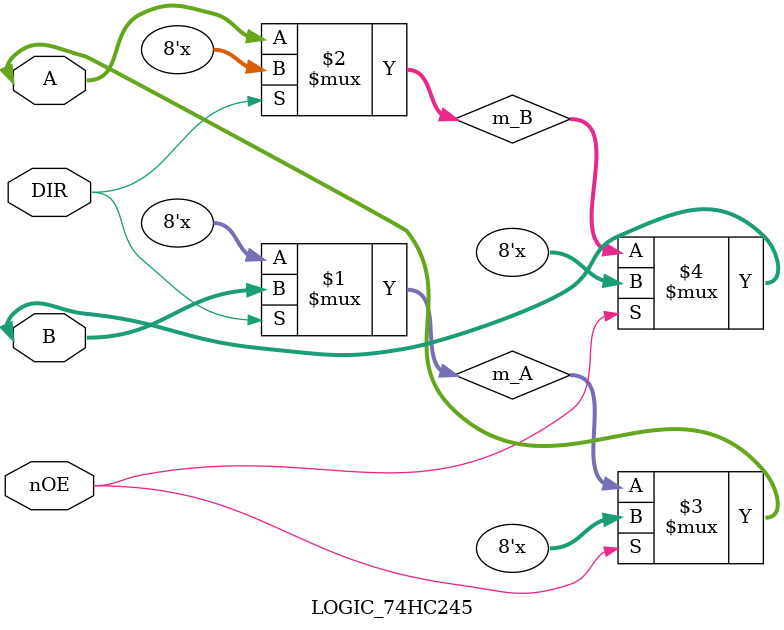
<source format=v>
/*
 74HC245
*/

module LOGIC_74HC245(
  input wire       DIR,
  input wire       nOE,
  inout wire [7:0] A,
  inout wire [7:0] B
  );

  wire [7:0] m_A;
  wire [7:0] m_B;

  assign m_A = DIR ? B : 8'bzz;
  assign m_B = DIR ? 8'bzz : A;
  assign A = nOE ? 8'bzz : m_A;
  assign B = nOE ? 8'bzz : m_B;

endmodule // LOGIC_74HC245

</source>
